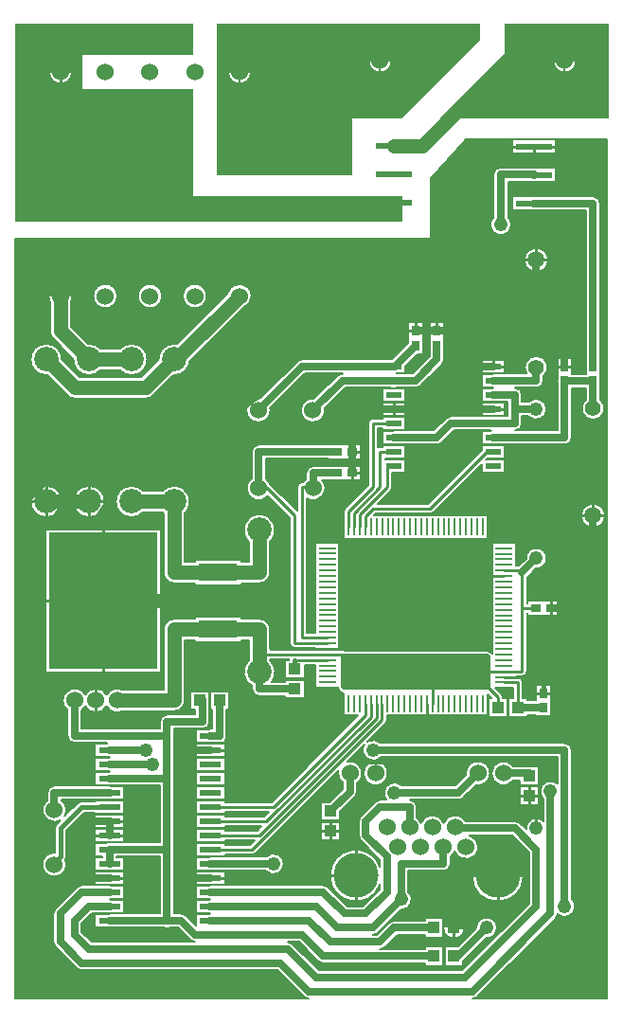
<source format=gbr>
%FSLAX23Y23*%
%MOMM*%
G04 EasyPC Gerber Version 15.0.4 Build 3016 *
%ADD20O,1.50010X1.50110*%
%ADD75R,0.27940X1.50110*%
%ADD71R,0.71120X0.88900*%
%ADD74R,1.00070X1.09980*%
%ADD72R,9.75000X12.20000*%
%ADD12C,0.02540*%
%ADD81C,0.03000*%
%ADD11C,0.12700*%
%ADD28C,0.20320*%
%ADD79C,0.21000*%
%ADD10C,0.25400*%
%ADD24C,0.38100*%
%ADD26C,0.63500*%
%ADD25C,1.21920*%
%ADD23C,1.27000*%
%ADD21C,1.42240*%
%ADD15C,1.52400*%
%ADD14C,1.52400*%
%ADD16C,2.18440*%
%ADD76R,1.50110X0.27940*%
%ADD77R,1.40000X0.49000*%
%ADD73R,1.98120X0.55880*%
%ADD78R,3.20000X0.63000*%
%ADD18R,0.88900X0.71120*%
%ADD17R,1.09000X1.00000*%
%ADD19C,4.00000*%
%ADD70R,1.09980X1.00070*%
%ADD29R,3.50000X1.60000*%
X0Y0D02*
D02*
D10*
X3308Y45339D02*
X2800D01*
X4273Y44374D02*
Y43866D01*
Y46304D02*
Y46812D01*
X4605Y36449D02*
X4097D01*
X5238Y45339D02*
X5746D01*
X5543Y83709D02*
Y76454D01*
X7118Y45339D02*
X6610D01*
X8083Y44374D02*
Y43866D01*
Y46304D02*
Y46812D01*
X8718Y26924D02*
Y26416D01*
Y28194D02*
Y28702D01*
X9048Y45339D02*
X9556D01*
X9055Y11684D02*
X8547D01*
X9055Y15494D02*
X8547D01*
X9055Y16764D02*
X8547D01*
X9353Y30476D02*
Y29968D01*
Y42422D02*
Y42930D01*
X9918Y7874D02*
X9988D01*
X10782Y11684D02*
X11290D01*
X10782Y15494D02*
X11290D01*
X10782Y16764D02*
X11290D01*
X14101Y36449D02*
X14609D01*
X18085Y11684D02*
X17577D01*
X18085Y23114D02*
X17577D01*
X19812Y11684D02*
X20320D01*
X19812Y23114D02*
X20320D01*
X29250Y15875D02*
X28742D01*
X29391Y31184D02*
X26498D01*
X29391Y31684D02*
X30628D01*
X30943Y31369*
X29391Y31684D02*
X23643D01*
X23323Y32004*
X29391Y32184D02*
X30489D01*
X30943Y32639*
X29391Y32184D02*
X25228D01*
Y32639*
X29391Y32685D02*
X26498D01*
Y44069*
X24043Y46524*
X23263*
X29391Y33183D02*
X27133D01*
Y46609*
X28143*
Y46524*
X29673Y15502D02*
Y14994D01*
Y16248D02*
Y16756D01*
X30065Y11914D02*
X29557D01*
X30096Y15875D02*
X30604D01*
X31296Y43081D02*
Y44422D01*
X33483Y46609*
Y52324*
X35323*
X31591Y47650D02*
Y47142D01*
Y48108D02*
Y48616D01*
Y49555D02*
Y49047D01*
Y50013D02*
Y50521D01*
X31797Y43081D02*
Y44288D01*
X34118Y46609*
Y49784*
X35323*
X31908Y47879D02*
X32416D01*
X31908Y49784D02*
X32416D01*
X31938Y10041D02*
Y9533D01*
Y13787D02*
Y14295D01*
X32787Y27277D02*
Y26228D01*
X24593Y18034*
X18948*
X32797Y43081D02*
Y44018D01*
X33483Y44704*
X38563*
X43643Y49784*
X44223*
X33288Y27277D02*
Y26094D01*
X23958Y16764*
X18948*
X33788Y27277D02*
Y25959D01*
X23323Y15494*
X18948*
X34288Y27277D02*
Y25824D01*
X22688Y14224*
X18948*
X34750Y53594D02*
X34242D01*
X35323Y48514D02*
Y48449D01*
X34818*
X34753Y48514*
Y46609*
X32297Y44153*
Y43081*
X35323Y53476D02*
Y52968D01*
Y53712D02*
Y54220D01*
X35896Y53594D02*
X36404D01*
X37065Y60579D02*
X36557D01*
X37293Y60897D02*
Y61405D01*
X37522Y60579D02*
X38030D01*
X38289Y27277D02*
Y25654D01*
X49993*
Y29464*
X38789Y27277D02*
Y29238D01*
X38563Y29464*
X38969Y60579D02*
X38462D01*
X39198Y60897D02*
Y61405D01*
X39427Y60579D02*
X39935D01*
X40722Y6816D02*
Y6223D01*
Y7662D02*
Y8255D01*
X41096Y7239D02*
X41738D01*
X42765Y11914D02*
X42257D01*
X43650Y53594D02*
X43142D01*
X43650Y57404D02*
X43142D01*
X44223Y57522D02*
Y58030D01*
X44638Y10041D02*
Y9533D01*
Y13787D02*
Y14295D01*
X44659Y26924D02*
Y27813D01*
X43643Y28829*
X44796Y53594D02*
X45304D01*
X44796Y57404D02*
X45304D01*
X45195Y29172D02*
X46437D01*
Y26924*
X45195Y29672D02*
X49993D01*
X45195Y30173D02*
X46818D01*
Y35814*
X45195Y30173D02*
X43717D01*
X43643Y30099*
X45195Y38674D02*
X43963D01*
X43643Y38354*
X46415Y77049D02*
X45907D01*
X46511Y11914D02*
X47019D01*
X46818Y35814D02*
Y38989D01*
Y39174*
X45195*
X47030Y19050D02*
X46522D01*
X47453Y18677D02*
Y18169D01*
Y19423D02*
Y19931D01*
X47465Y66929D02*
X46957D01*
X47876Y19050D02*
X48384D01*
X47888Y76861D02*
Y76353D01*
X48075Y35814D02*
X46818D01*
X48088Y16612D02*
Y17120D01*
Y66305D02*
Y65797D01*
Y67553D02*
Y68061D01*
X48495Y28207D02*
X47987D01*
X48711Y66929D02*
X49219D01*
X48723Y28524D02*
Y29032D01*
X48952Y28207D02*
X49460D01*
X49361Y77049D02*
X49869D01*
X49371Y35585D02*
Y35077D01*
Y35814D02*
X49993D01*
X49371Y36043D02*
Y36551D01*
X49688Y35814D02*
X50196D01*
X49993Y29464D02*
Y29672D01*
Y35814*
Y42164*
X44278*
X43643Y41529*
X50400Y57417D02*
X49892D01*
X50628Y57734D02*
Y58242D01*
Y84709D02*
X45548D01*
X50857Y57417D02*
X51365D01*
X52545Y44069D02*
X52037D01*
X53168Y43445D02*
Y42937D01*
Y44693D02*
Y45201D01*
X53791Y44069D02*
X54299D01*
D02*
D11*
X1518Y68834D02*
Y889D01*
X27768*
G75*
G02X27319Y1075J635*
G01*
X24965Y3429*
X7448*
G75*
G02X6999Y3615J635*
G01*
X5094Y5520*
G75*
G02X4908Y5969I449J449*
G01*
Y8509*
G75*
G02X5094Y8958I635*
G01*
X6999Y10863*
G75*
G02X7448Y11049I449J-449*
G01*
X9918*
G75*
G02X10135Y11011J-635*
G01*
X11226*
Y9817*
X10135*
G75*
G02X9918Y9779I-217J597*
G01*
G75*
G02X10135Y9741J-635*
G01*
X11226*
Y8547*
X10135*
G75*
G02X9918Y8509I-217J597*
G01*
X8346*
X7448Y7611*
Y6867*
X8346Y5969*
X17608*
G75*
G02X17159Y6155J635*
G01*
X16075Y7239*
X15306*
G75*
G02X14831I-238J635*
G01*
X9988*
G75*
G02X9772Y7277J635*
G01*
X8610*
Y8471*
X9772*
G75*
G02X9988Y8509I217J-597*
G01*
X14433*
Y13589*
X10553*
Y13551*
X11226*
Y12357*
X10135*
G75*
G02X9701I-217J597*
G01*
X8610*
Y13551*
X9283*
Y13627*
X8610*
Y14821*
X9597*
G75*
G02X9837Y14897I322J-597*
G01*
X8610*
Y16091*
X11226*
Y14897*
X10000*
G75*
G02X10156Y14859I-81J-673*
G01*
X14433*
Y19939*
X9918*
G75*
G02X9701Y19977J635*
G01*
X8610*
Y21171*
X9701*
G75*
G02X9918Y21209I217J-597*
G01*
G75*
G02X9701Y21247J635*
G01*
X8610*
Y22441*
X9701*
G75*
G02X9918Y22479I217J-597*
G01*
G75*
G02X9701Y22517J635*
G01*
X8610*
Y23711*
X9701*
G75*
G02X9752Y23727I217J-597*
G01*
G75*
G02X9681Y23749I166J658*
G01*
X6813*
G75*
G02X6178Y24384J635*
G01*
Y26686*
G75*
G02X5734Y27559I635J873*
G01*
G75*
G02X7766Y28067I1080*
G01*
G75*
G02X9671I953J-508*
G01*
G75*
G02X11131Y28512I953J-508*
G01*
X14751*
Y33909*
G75*
G02X15703Y34862I953*
G01*
X17556*
Y35027*
X21691*
Y34862*
X23323*
G75*
G02X24276Y33909J-953*
G01*
Y32293*
G75*
G02X24311Y32129I-952J-289*
G01*
X28323*
Y32240*
X26498*
G75*
G02X26054Y32685J445*
G01*
Y43885*
X24098Y45840*
G75*
G02X22184Y46524I-835J684*
G01*
G75*
G02X22628Y47397I1080*
G01*
Y49784*
G75*
G02X23263Y50419I635*
G01*
X29533*
Y50457*
X32353*
Y49111*
X29533*
Y49149*
X23898*
Y47397*
G75*
G02X24273Y46904I-635J-873*
G01*
G75*
G02X24357Y46838I-231J-380*
G01*
X26689Y44507*
Y46609*
G75*
G02X27133Y47053I445*
G01*
X27202*
G75*
G02X27508Y47397I941J-529*
G01*
Y47879*
G75*
G02X28143Y48514I635*
G01*
X29533*
Y48552*
X32353*
Y47206*
X29533*
Y47244*
X28947*
G75*
G02X27578Y45605I-804J-720*
G01*
Y33627*
X28323*
Y41643*
X30459*
Y32129*
X30628*
G75*
G02X30937Y32004J-444*
G01*
G75*
G02X30943I3J-640*
G01*
X43643*
G75*
G02X44127Y31780J-635*
G01*
Y41633*
X46263*
Y39619*
X46550*
X47161Y40230*
G75*
G02X47161Y40259I925J27*
G01*
G75*
G02X49015I927*
G01*
G75*
G02X48060Y39332I-927*
G01*
X47435Y38708*
G75*
G02X47263Y38477I-617J281*
G01*
Y36259*
X47313*
Y36487*
X50133*
Y35141*
X47313*
Y35370*
X47263*
Y30173*
G75*
G02X46818Y29728I-445*
G01*
X46263*
Y29616*
X46437*
G75*
G02X46882Y29172J-445*
G01*
Y27741*
X47300*
Y27599*
X48050*
Y28969*
X49396*
Y26149*
X48050*
Y26249*
X47300*
Y26107*
X45575*
Y27741*
X45993*
Y28715*
X44386*
X44973Y28127*
G75*
G02X45104Y27813I-314J-314*
G01*
Y27741*
X45522*
Y26107*
X43797*
Y27741*
X44102*
X43747Y28096*
Y26209*
X34733*
Y25824*
G75*
G02X34603Y25510I-445*
G01*
X32995Y23902*
G75*
G02X34159Y23749I488J-788*
G01*
X50628*
G75*
G02X51263Y23114J-635*
G01*
Y9820*
G75*
G02X51555Y9144I-635J-676*
G01*
G75*
G02X49992Y8470I-927*
G01*
G75*
G02X49807Y8060I-634J39*
G01*
X42822Y1075*
G75*
G02X42373Y889I-449J449*
G01*
X54438*
Y77724*
X41738*
Y68834*
X1518*
X4161Y30032D02*
Y42867D01*
X14546*
Y30032*
X4161*
X4273Y43929D02*
G75*
G02Y46749J1410D01*
G01*
G75*
G02Y43929J-1410*
G01*
X4334Y56631D02*
G75*
G02X4273Y56629I-61J1407D01*
G01*
G75*
G02Y59449J1410*
G01*
G75*
G02X5682Y57978J-1410*
G01*
X7208Y56452*
X12769*
X14295Y57978*
G75*
G02X15703Y59449I1408J61*
G01*
G75*
G02X15919Y59432I0J-1410*
G01*
X20510Y64023*
G75*
G02X22623Y63709I1033J-314*
G01*
G75*
G02X21857Y62676I-1080*
G01*
X17108Y57927*
G75*
G02X15703Y56629I-1405J112*
G01*
G75*
G02X15642Y56631I-1J1409*
G01*
X13837Y54826*
G75*
G02X13163Y54547I-674J674*
G01*
X6813*
G75*
G02X6140Y54826J953*
G01*
X4334Y56631*
X4358Y18647D02*
Y19304D01*
G75*
G02X4993Y19939I635*
G01*
X9918*
G75*
G02X10135Y19901J-635*
G01*
X11226*
Y18707*
X10135*
G75*
G02X9918Y18669I-217J597*
G01*
X5628*
Y18647*
G75*
G02X5925Y17230I-635J-873*
G01*
X7089Y18393*
G75*
G02X7448Y18542I359J-359*
G01*
X8610*
Y18631*
X11226*
Y17437*
X8610*
Y17526*
X7659*
X6051Y15919*
Y13589*
G75*
G02X5980Y13331I-508*
G01*
G75*
G02X4993Y11815I-987J-437*
G01*
G75*
G02Y13974J1080*
G01*
G75*
G02X5035Y13973I0J-1079*
G01*
Y16129*
G75*
G02X5184Y16488I508*
G01*
X5538Y16842*
G75*
G02X4993Y16695I-544J932*
G01*
G75*
G02X4358Y18647J1080*
G01*
X4591Y63201D02*
G75*
G02X4464Y63709I953J508D01*
G01*
G75*
G02X6623I1080*
G01*
G75*
G02X6496Y63201I-1080*
G01*
Y60974*
X8022Y59447*
G75*
G02X8083Y59449I61J-1408*
G01*
G75*
G02X9122Y58992J-1410*
G01*
X10854*
G75*
G02X11893Y59449I1039J-952*
G01*
G75*
G02Y56629J-1410*
G01*
G75*
G02X10854Y57087J1410*
G01*
X9122*
G75*
G02X8083Y56629I-1039J952*
G01*
G75*
G02X6675Y58100J1410*
G01*
X4870Y59906*
G75*
G02X4591Y60579I674J674*
G01*
Y63201*
X8083Y43929D02*
G75*
G02Y46749J1410D01*
G01*
G75*
G02Y43929J-1410*
G01*
X8464Y63709D02*
G75*
G02X10623I1080D01*
G01*
G75*
G02X8464I-1080*
G01*
X8610Y12281D02*
X11226D01*
Y11087*
X8610*
Y12281*
Y17361D02*
X11226D01*
Y16167*
X8610*
Y17361*
X12464Y63709D02*
G75*
G02X14623I1080D01*
G01*
G75*
G02X12464I-1080*
G01*
X12932Y44387D02*
G75*
G02X11893Y43929I-1039J952D01*
G01*
G75*
G02Y46749J1410*
G01*
G75*
G02X12932Y46292J-1410*
G01*
X14664*
G75*
G02X15703Y46749I1039J-952*
G01*
G75*
G02X16656Y44300J-1410*
G01*
Y39942*
X17556*
Y40107*
X21691*
Y39942*
X22371*
Y41760*
G75*
G02X23323Y44209I953J1039*
G01*
G75*
G02X24276Y41760J-1410*
G01*
Y38989*
G75*
G02X23323Y38037I-953*
G01*
X21691*
Y37872*
X17556*
Y38037*
X15703*
G75*
G02X14751Y38989J953*
G01*
Y44300*
G75*
G02X14664Y44387I952J1039*
G01*
X12932*
X16464Y63709D02*
G75*
G02X18623I1080D01*
G01*
G75*
G02X16464I-1080*
G01*
X23396Y54568D02*
X26681Y57853D01*
G75*
G02X27130Y58039I449J-449*
G01*
X35086*
G75*
G02X35178Y58066I237J-635*
G01*
X36620Y59509*
Y59817*
Y60046*
Y61341*
X37966*
Y60046*
Y59817*
Y58522*
X37429*
X36341Y57433*
Y56842*
X35708*
G75*
G02X35681Y56828I-295J563*
G01*
G75*
G02X35561Y56769I-358J576*
G01*
X37030*
X38563Y58302*
Y58522*
X38525*
Y59817*
Y60046*
Y61341*
X39871*
Y60046*
Y59817*
Y58522*
X39833*
Y58039*
G75*
G02X39647Y57590I-635*
G01*
X37742Y55685*
G75*
G02X37293Y55499I-449J449*
G01*
X35561*
G75*
G02X35086I-238J635*
G01*
X31003*
X29174Y53669*
G75*
G02X29187Y53501I-1067J-168*
G01*
G75*
G02X27028I-1080*
G01*
G75*
G02X28276Y54568I1080*
G01*
X30291Y56583*
G75*
G02X30740Y56769I449J-449*
G01*
X27393*
X24294Y53669*
G75*
G02X24307Y53501I-1067J-168*
G01*
G75*
G02X22148I-1080*
G01*
G75*
G02X23396Y54568I1080*
G01*
X30626Y41529D02*
G75*
G02X30943Y41847I318D01*
G01*
X43643*
G75*
G02X43961Y41529J-318*
G01*
Y32639*
G75*
G02X43643Y32322I-318*
G01*
X30943*
G75*
G02X30626Y32639J318*
G01*
Y41529*
X30852Y44149D02*
Y44422D01*
G75*
G02X30982Y44736I445*
G01*
X33039Y46793*
Y52324*
G75*
G02X33483Y52769I445*
G01*
X34306*
Y52887*
X36341*
Y51762*
X34306*
Y51880*
X33928*
Y50186*
G75*
G02X34118Y50228I191J-402*
G01*
X34306*
Y50347*
X36341*
Y49222*
X34563*
Y49077*
X36341*
Y47952*
X35198*
Y46609*
G75*
G02X35067Y46295I-445*
G01*
X33921Y45149*
X38379*
X43206Y49975*
Y50347*
X45241*
Y49222*
X43709*
X43564Y49077*
X45241*
Y47952*
X43206*
Y48718*
X38877Y44390*
G75*
G02X38563Y44260I-314J314*
G01*
X33667*
X33557Y44149*
X33755*
X33841*
X34255*
X34342*
X34756*
X34840*
X35256*
X35340*
X35754*
X35840*
X36254*
X36341*
X36755*
X36841*
X37255*
X37341*
X37755*
X37842*
X38256*
X38342*
X38756*
X38843*
X39257*
X39340*
X39757*
X39841*
X40255*
X40341*
X40755*
X40841*
X41255*
X41342*
X41756*
X41842*
X42256*
X42343*
X42757*
X42843*
X43257*
X43757*
Y42013*
X43257*
X42843*
X42757*
X42343*
X42256*
X41842*
X41756*
X41342*
X41255*
X40841*
X40755*
X40341*
X40255*
X39841*
X39757*
X39340*
X39257*
X38843*
X38756*
X38342*
X38256*
X37842*
X37755*
X37341*
X37255*
X36841*
X36755*
X36341*
X36254*
X35840*
X35754*
X35340*
X35256*
X34840*
X34756*
X34342*
X34255*
X33841*
X33755*
X33341*
X33255*
X32841*
X32754*
X32340*
X32254*
X31840*
X31753*
X31339*
X30839*
Y44149*
X30852*
X35029Y50492D02*
X34306D01*
Y51617*
X35029*
G75*
G02X35323Y51689I295J-562*
G01*
X38935*
X40019Y52773*
G75*
G02X40468Y52959I449J-449*
G01*
X43986*
G75*
G02X44461I238J-635*
G01*
X45548*
Y53356*
G75*
G02X45505Y53594I635J238*
G01*
G75*
G02X45548Y53832I678*
G01*
Y54229*
X44223*
G75*
G02X43928Y54302J635*
G01*
X43206*
Y55427*
X43928*
G75*
G02X44223Y55499I295J-562*
G01*
G75*
G02X43928Y55572J635*
G01*
X43206*
Y56697*
X43928*
G75*
G02X44223Y56769I295J-562*
G01*
X47225*
G75*
G02X48088Y58358I863J560*
G01*
G75*
G02X48723Y56520J-1029*
G01*
Y56134*
G75*
G02X48088Y55499I-635*
G01*
X46183*
G75*
G02X46818Y54864J-635*
G01*
Y54229*
X47413*
G75*
G02X49015Y53594I676J-635*
G01*
G75*
G02X47413Y52959I-927*
G01*
X46818*
Y52324*
G75*
G02X46183Y51689I-635*
G01*
X49993*
Y55359*
X49955*
Y56040*
G75*
G02X49950Y56121I673J81*
G01*
G75*
G02X49955Y56203I678*
G01*
Y56655*
Y56883*
Y58179*
X51301*
Y56883*
Y56756*
X52495*
Y56883*
Y58179*
X52533*
Y71334*
X47888*
G75*
G02X47832Y71337J635*
G01*
X45971*
Y72602*
X47832*
G75*
G02X47888Y72604I56J-633*
G01*
X53168*
G75*
G02X53803Y71969J-635*
G01*
Y58179*
X53841*
Y56883*
Y56655*
Y56203*
G75*
G02X53846Y56121I-673J-81*
G01*
G75*
G02X53841Y56040I-678*
G01*
Y55359*
X53803*
Y54478*
G75*
G02X53168Y52640I-635J-809*
G01*
G75*
G02X52533Y54478J1029*
G01*
Y55359*
X52495*
Y55486*
X51301*
Y55359*
X51263*
Y51054*
G75*
G02X50628Y50419I-635*
G01*
X44223*
G75*
G02X43928Y50492J635*
G01*
X43206*
Y51617*
X43928*
G75*
G02X44057Y51667I295J-562*
G01*
G75*
G02X43986Y51689I166J658*
G01*
X40731*
X39647Y50605*
G75*
G02X39198Y50419I-449J449*
G01*
X35323*
G75*
G02X35029Y50492J635*
G01*
X36341Y53032D02*
X34306D01*
Y54157*
X36341*
Y53032*
Y54302D02*
X34306D01*
Y55427*
X36341*
Y54302*
X44238Y70740D02*
Y74549D01*
G75*
G02X44913Y75224I675*
G01*
X47888*
G75*
G02X48212Y75142J-675*
G01*
X49806*
Y73876*
X47946*
G75*
G02X47888Y73874I-58J672*
G01*
X45588*
Y70740*
G75*
G02X45840Y70104I-675J-636*
G01*
G75*
G02X43986I-927*
G01*
G75*
G02X44238Y70740I927*
G01*
X45241Y53032D02*
X43206D01*
Y54157*
X45241*
Y53032*
Y56842D02*
X43206D01*
Y57967*
X45241*
Y56842*
X49156Y66930D02*
Y66929D01*
G75*
G02X47021I-1068*
G01*
Y66930*
G75*
G02X49156I1068*
G01*
X49806Y76417D02*
X45971D01*
Y77682*
X49806*
Y76417*
X52101Y44069D02*
Y44070D01*
G75*
G02X54236I1068*
G01*
Y44069*
G75*
G02X52101I-1068*
G01*
X1518Y36449D02*
G36*
Y16764D01*
X4612*
G75*
G02X4358Y18647I381J1010*
G01*
Y19304*
G75*
G02X4993Y19939I635*
G01*
X9918*
G75*
G02X9701Y19977J635*
G01*
X8610*
Y21171*
X9701*
G75*
G02X9918Y21209I217J-597*
G01*
G75*
G02X9701Y21247J635*
G01*
X8610*
Y22441*
X9701*
G75*
G02X9918Y22479I217J-597*
G01*
G75*
G02X9701Y22517J635*
G01*
X8610*
Y23711*
X9701*
G75*
G02X9752Y23727I217J-597*
G01*
G75*
G02X9681Y23749I166J658*
G01*
X6813*
G75*
G02X6178Y24384J635*
G01*
Y26686*
G75*
G02X5734Y27559I635J873*
G01*
G75*
G02X7766Y28067I1080*
G01*
G75*
G02X9671I953J-508*
G01*
G75*
G02X11131Y28512I953J-508*
G01*
X14751*
Y33909*
G75*
G02X15703Y34862I953*
G01*
X17556*
Y35027*
X21691*
Y34862*
X23323*
G75*
G02X24276Y33909J-953*
G01*
Y32293*
G75*
G02X24311Y32129I-952J-289*
G01*
X28323*
Y32240*
X26498*
G75*
G02X26054Y32685J445*
G01*
Y36449*
X14546*
Y30032*
X4161*
Y36449*
X1518*
G37*
X9918Y19939D02*
G36*
G75*
G02X10135Y19901J-635D01*
G01*
X11226*
Y18707*
X10135*
G75*
G02X9918Y18669I-217J597*
G01*
X5628*
Y18647*
G75*
G02X5925Y17230I-635J-873*
G01*
X7089Y18393*
G75*
G02X7448Y18542I359J-359*
G01*
X8610*
Y18631*
X11226*
Y17437*
X8610*
Y17526*
X7659*
X6897Y16764*
X8610*
Y17361*
X11226*
Y16764*
X14433*
Y19939*
X9918*
G37*
X4161Y36449D02*
G36*
Y42867D01*
X14546*
Y36449*
X26054*
Y43885*
X25870Y44069*
X23935*
G75*
G02X24276Y41760I-612J-1270*
G01*
Y38989*
G75*
G02X23323Y38037I-953*
G01*
X21691*
Y37872*
X17556*
Y38037*
X15703*
G75*
G02X14751Y38989J953*
G01*
Y44300*
G75*
G02X14664Y44387I952J1039*
G01*
X12932*
G75*
G02X11893Y43929I-1039J952*
G01*
G75*
G02X11281Y44069I0J1410*
G01*
X8695*
G75*
G02X8083Y43929I-612J1270*
G01*
G75*
G02X7471Y44069I0J1410*
G01*
X4885*
G75*
G02X4273Y43929I-612J1270*
G01*
G75*
G02X3661Y44069I0J1410*
G01*
X1518*
Y36449*
X4161*
G37*
X30459D02*
G36*
Y32129D01*
X30628*
G75*
G02X30937Y32004J-444*
G01*
G75*
G02X30943I3J-640*
G01*
X43643*
G75*
G02X44127Y31780J-635*
G01*
Y36449*
X43961*
Y32639*
G75*
G02X43643Y32322I-318*
G01*
X30943*
G75*
G02X30626Y32639J318*
G01*
Y36449*
X30459*
G37*
X30626D02*
G36*
Y41529D01*
G75*
G02X30943Y41847I318*
G01*
X43643*
G75*
G02X43961Y41529J-318*
G01*
Y36449*
X44127*
Y41633*
X46263*
Y39619*
X46550*
X47161Y40230*
G75*
G02X47161Y40259I925J27*
G01*
G75*
G02X49015I927*
G01*
G75*
G02X48060Y39332I-927*
G01*
X47435Y38708*
G75*
G02X47263Y38477I-617J281*
G01*
Y36259*
X47313*
Y36487*
X50133*
Y35141*
X47313*
Y35370*
X47263*
Y30173*
G75*
G02X46818Y29728I-445*
G01*
X46263*
Y29616*
X46437*
G75*
G02X46882Y29172J-445*
G01*
Y27741*
X47300*
Y27599*
X48050*
Y28969*
X49396*
Y26149*
X48050*
Y26249*
X47300*
Y26107*
X45575*
Y27741*
X45993*
Y28715*
X44386*
X44973Y28127*
G75*
G02X45104Y27813I-314J-314*
G01*
Y27741*
X45522*
Y26107*
X43797*
Y27741*
X44102*
X43747Y28096*
Y26209*
X34733*
Y25824*
G75*
G02X34603Y25510I-445*
G01*
X32995Y23902*
G75*
G02X34159Y23749I488J-788*
G01*
X50628*
G75*
G02X51263Y23114J-635*
G01*
Y9820*
G75*
G02X51555Y9144I-635J-676*
G01*
G75*
G02X49992Y8470I-927*
G01*
G75*
G02X49807Y8060I-634J39*
G01*
X42822Y1075*
G75*
G02X42373Y889I-449J449*
G01*
X54438*
Y44069*
X54236*
G75*
G02X52101I-1068*
G01*
X43757*
Y42013*
X30839*
Y44069*
X27578*
Y33627*
X28323*
Y41643*
X30459*
Y36449*
X30626*
G37*
X1518Y45339D02*
G36*
Y44069D01*
X3661*
G75*
G02X2863Y45339I612J1270*
G01*
X1518*
G37*
X2863D02*
G36*
G75*
G02X4273Y46749I1410D01*
G01*
G75*
G02X5683Y45339J-1410*
G01*
X6673*
G75*
G02X8083Y46749I1410*
G01*
G75*
G02X9493Y45339J-1410*
G01*
X10483*
G75*
G02X11893Y46749I1410*
G01*
G75*
G02X12932Y46292J-1410*
G01*
X14664*
G75*
G02X15703Y46749I1039J-952*
G01*
G75*
G02X17113Y45339J-1410*
G01*
X24600*
X24098Y45840*
G75*
G02X22184Y46524I-835J684*
G01*
G75*
G02X22628Y47397I1080*
G01*
Y49784*
G75*
G02X23263Y50419I635*
G01*
X29533*
Y50457*
X32353*
Y49111*
X29533*
Y49149*
X23898*
Y47397*
G75*
G02X24273Y46904I-635J-873*
G01*
G75*
G02X24357Y46838I-231J-380*
G01*
X26689Y44507*
Y46609*
G75*
G02X27133Y47053I445*
G01*
X27202*
G75*
G02X27508Y47397I941J-529*
G01*
Y47879*
G75*
G02X28143Y48514I635*
G01*
X29533*
Y48552*
X32353*
Y47206*
X29533*
Y47244*
X28947*
G75*
G02X27578Y45605I-804J-720*
G01*
Y45339*
X31585*
X33039Y46793*
Y52324*
G75*
G02X33483Y52769I445*
G01*
X34306*
Y52887*
X36341*
Y51762*
X34306*
Y51880*
X33928*
Y50186*
G75*
G02X34118Y50228I191J-402*
G01*
X34306*
Y50347*
X36341*
Y49222*
X34563*
Y49077*
X36341*
Y47952*
X35198*
Y46609*
G75*
G02X35067Y46295I-445*
G01*
X33921Y45149*
X38379*
X43206Y49975*
Y50347*
X45241*
Y49222*
X43709*
X43564Y49077*
X45241*
Y47952*
X43206*
Y48718*
X39827Y45339*
X54438*
Y53594*
X54194*
G75*
G02X53168Y52640I-1026J75*
G01*
G75*
G02X52533Y54478J1029*
G01*
Y55359*
X52495*
Y55486*
X51301*
Y55359*
X51263*
Y51054*
G75*
G02X50628Y50419I-635*
G01*
X44223*
G75*
G02X43928Y50492J635*
G01*
X43206*
Y51617*
X43928*
G75*
G02X44057Y51667I295J-562*
G01*
G75*
G02X43986Y51689I166J658*
G01*
X40731*
X39647Y50605*
G75*
G02X39198Y50419I-449J449*
G01*
X35323*
G75*
G02X35029Y50492J635*
G01*
X34306*
Y51617*
X35029*
G75*
G02X35323Y51689I295J-562*
G01*
X38935*
X40019Y52773*
G75*
G02X40468Y52959I449J-449*
G01*
X43986*
G75*
G02X44461I238J-635*
G01*
X45548*
Y53356*
G75*
G02X45505Y53594I635J238*
G01*
X45241*
Y53032*
X43206*
Y53594*
X36341*
Y53032*
X34306*
Y53594*
X29183*
G75*
G02X29187Y53501I-1076J-93*
G01*
G75*
G02X27028I-1080*
G01*
G75*
G02X28276Y54568I1080*
G01*
X30291Y56583*
G75*
G02X30740Y56769I449J-449*
G01*
X27393*
X24294Y53669*
G75*
G02X24307Y53501I-1067J-168*
G01*
G75*
G02X22148I-1080*
G01*
G75*
G02X22152Y53594I1079*
G01*
X1518*
Y45339*
X2863*
G37*
X5683D02*
G36*
G75*
G02X4885Y44069I-1410D01*
G01*
X7471*
G75*
G02X6673Y45339I612J1270*
G01*
X5683*
G37*
X9493D02*
G36*
G75*
G02X8695Y44069I-1410D01*
G01*
X11281*
G75*
G02X10483Y45339I612J1270*
G01*
X9493*
G37*
X17113D02*
G36*
G75*
G02X16656Y44300I-1410D01*
G01*
Y39942*
X17556*
Y40107*
X21691*
Y39942*
X22371*
Y41760*
G75*
G02X23323Y44209I953J1039*
G01*
G75*
G02X23935Y44069J-1410*
G01*
X25870*
X24600Y45339*
X17113*
G37*
X27578D02*
G36*
Y44069D01*
X30839*
Y44149*
X30852*
Y44422*
G75*
G02X30982Y44736I445*
G01*
X31585Y45339*
X27578*
G37*
X39827D02*
G36*
X38877Y44390D01*
G75*
G02X38563Y44260I-314J314*
G01*
X33667*
X33557Y44149*
X43757*
Y44069*
X52101*
G75*
G02X54236I1068*
G01*
X54438*
Y45339*
X39827*
G37*
X1518Y59668D02*
G36*
Y57404D01*
X3015*
G75*
G02X4273Y59449I1259J635*
G01*
G75*
G02X5682Y57978J-1410*
G01*
X6255Y57404*
X6824*
G75*
G02X6675Y58100I1259J635*
G01*
X5108Y59668*
X1518*
G37*
X5108D02*
G36*
X4870Y59906D01*
G75*
G02X4591Y60579I674J674*
G01*
Y63201*
G75*
G02X4464Y63709I953J508*
G01*
X1518*
Y59668*
X5108*
G37*
X7802D02*
G36*
X8022Y59447D01*
G75*
G02X8083Y59449I61J-1408*
G01*
G75*
G02X9122Y58992J-1410*
G01*
X10854*
G75*
G02X11893Y59449I1039J-952*
G01*
G75*
G02X13152Y57404J-1410*
G01*
X13721*
X14295Y57978*
G75*
G02X15703Y59449I1408J61*
G01*
G75*
G02X15919Y59432I0J-1410*
G01*
X16154Y59668*
X7802*
G37*
X16154D02*
G36*
X20196Y63709D01*
X18623*
G75*
G02X16464I-1080*
G01*
X14623*
G75*
G02X12464I-1080*
G01*
X10623*
G75*
G02X8464I-1080*
G01*
X6623*
G75*
G02X6496Y63201I-1080*
G01*
Y60974*
X7802Y59668*
X16154*
G37*
X18849D02*
G36*
X17108Y57927D01*
G75*
G02X16962Y57404I-1405J112*
G01*
X26232*
X26681Y57853*
G75*
G02X27130Y58039I449J-449*
G01*
X35086*
G75*
G02X35178Y58066I237J-635*
G01*
X36620Y59509*
Y59668*
X18849*
G37*
X36620D02*
G36*
Y61341D01*
X37966*
Y58522*
X37429*
X36341Y57433*
Y56842*
X35708*
G75*
G02X35681Y56828I-295J563*
G01*
G75*
G02X35561Y56769I-358J576*
G01*
X37030*
X38563Y58302*
Y58522*
X38525*
Y61341*
X39871*
Y59668*
X52533*
Y63709*
X22623*
G75*
G02X21857Y62676I-1080*
G01*
X18849Y59668*
X36620*
G37*
X39871D02*
G36*
Y58522D01*
X39833*
Y58039*
G75*
G02X39647Y57590I-635*
G01*
X39461Y57404*
X43206*
Y57967*
X45241*
Y57404*
X47062*
G75*
G02X48088Y58358I1026J-75*
G01*
G75*
G02X48723Y56520J-1029*
G01*
Y56134*
G75*
G02X48088Y55499I-635*
G01*
X46183*
G75*
G02X46818Y54864J-635*
G01*
Y54229*
X47413*
G75*
G02X49015Y53594I676J-635*
G01*
G75*
G02X47413Y52959I-927*
G01*
X46818*
Y52324*
G75*
G02X46183Y51689I-635*
G01*
X49993*
Y55359*
X49955*
Y56040*
G75*
G02Y56203I673J81*
G01*
Y58179*
X51301*
Y56756*
X52495*
Y58179*
X52533*
Y59668*
X39871*
G37*
X53803D02*
G36*
Y58179D01*
X53841*
Y57404*
X54438*
Y59668*
X53803*
G37*
X54438D02*
G36*
Y63709D01*
X53803*
Y59668*
X54438*
G37*
X1518Y15877D02*
G36*
Y11684D01*
X8610*
Y12281*
X11226*
Y11684*
X14433*
Y13589*
X10553*
Y13551*
X11226*
Y12357*
X10135*
G75*
G02X9701I-217J597*
G01*
X8610*
Y13551*
X9283*
Y13627*
X8610*
Y14821*
X9597*
G75*
G02X9837Y14897I322J-597*
G01*
X8610*
Y15877*
X6051*
Y13589*
G75*
G02X5980Y13331I-508*
G01*
G75*
G02X4993Y11815I-987J-437*
G01*
G75*
G02Y13974J1080*
G01*
G75*
G02X5035Y13973I0J-1079*
G01*
Y15877*
X1518*
G37*
X5035D02*
G36*
Y16129D01*
G75*
G02X5184Y16488I508*
G01*
X5538Y16842*
G75*
G02X4612Y16764I-544J932*
G01*
X1518*
Y15877*
X5035*
G37*
X8610D02*
G36*
Y16091D01*
X11226*
Y14897*
X10000*
G75*
G02X10156Y14859I-81J-673*
G01*
X14433*
Y16764*
X11226*
Y16167*
X8610*
Y16764*
X6897*
X6051Y15919*
Y15877*
X8610*
G37*
X4464Y63709D02*
G36*
G75*
G02X6623I1080D01*
G01*
X8464*
G75*
G02X10623I1080*
G01*
X12464*
G75*
G02X14623I1080*
G01*
X16464*
G75*
G02X18623I1080*
G01*
X20196*
X20510Y64023*
G75*
G02X22623Y63709I1033J-314*
G01*
X52533*
Y66929*
X49156*
G75*
G02X47021I-1068*
G01*
X1518*
Y63709*
X4464*
G37*
X54438D02*
G36*
Y66929D01*
X53803*
Y63709*
X54438*
G37*
X1518Y11684D02*
G36*
Y889D01*
X27768*
G75*
G02X27319Y1075J635*
G01*
X24965Y3429*
X7448*
G75*
G02X6999Y3615J635*
G01*
X5094Y5520*
G75*
G02X4908Y5969I449J449*
G01*
Y8509*
G75*
G02X5094Y8958I635*
G01*
X6999Y10863*
G75*
G02X7448Y11049I449J-449*
G01*
X9918*
G75*
G02X10135Y11011J-635*
G01*
X11226*
Y9817*
X10135*
G75*
G02X9918Y9779I-217J597*
G01*
G75*
G02X10135Y9741J-635*
G01*
X11226*
Y8547*
X10135*
G75*
G02X9918Y8509I-217J597*
G01*
X8346*
X7448Y7611*
Y6867*
X8346Y5969*
X17608*
G75*
G02X17159Y6155J635*
G01*
X16075Y7239*
X15306*
G75*
G02X14831I-238J635*
G01*
X9988*
G75*
G02X9772Y7277J635*
G01*
X8610*
Y8471*
X9772*
G75*
G02X9988Y8509I217J-597*
G01*
X14433*
Y11684*
X11226*
Y11087*
X8610*
Y11684*
X1518*
G37*
X22152Y53594D02*
G36*
G75*
G02X23396Y54568I1075J-93D01*
G01*
X23692Y54864*
X13875*
X13837Y54826*
G75*
G02X13163Y54547I-674J674*
G01*
X6813*
G75*
G02X6140Y54826J953*
G01*
X6101Y54864*
X1518*
Y53594*
X22152*
G37*
X34306D02*
G36*
Y54157D01*
X36341*
Y53594*
X43206*
Y54157*
X45241*
Y53594*
X45505*
G75*
G02X45548Y53832I678*
G01*
Y54229*
X44223*
G75*
G02X43928Y54302J635*
G01*
X43206*
Y54864*
X36341*
Y54302*
X34306*
Y54864*
X30368*
X29174Y53669*
G75*
G02X29183Y53594I-1067J-168*
G01*
X34306*
G37*
X54438D02*
G36*
Y54864D01*
X53803*
Y54478*
G75*
G02X54194Y53594I-635J-809*
G01*
X54438*
G37*
X6101Y54864D02*
G36*
X4334Y56631D01*
G75*
G02X4273Y56629I-61J1407*
G01*
G75*
G02X3015Y57404J1410*
G01*
X1518*
Y54864*
X6101*
G37*
X23692D02*
G36*
X26232Y57404D01*
X16962*
G75*
G02X15703Y56629I-1259J635*
G01*
G75*
G02X15642Y56631I-1J1409*
G01*
X13875Y54864*
X23692*
G37*
X34306D02*
G36*
Y55427D01*
X36341*
Y54864*
X43206*
Y55427*
X43928*
G75*
G02X44223Y55499I295J-562*
G01*
G75*
G02X43928Y55572J635*
G01*
X43206*
Y56697*
X43928*
G75*
G02X44223Y56769I295J-562*
G01*
X47225*
G75*
G02X47062Y57404I863J560*
G01*
X45241*
Y56842*
X43206*
Y57404*
X39461*
X37742Y55685*
G75*
G02X37293Y55499I-449J449*
G01*
X35561*
G75*
G02X35086I-238J635*
G01*
X31003*
X30368Y54864*
X34306*
G37*
X54438D02*
G36*
Y57404D01*
X53841*
Y56203*
G75*
G02Y56040I-673J-81*
G01*
Y55359*
X53803*
Y54864*
X54438*
G37*
X41738Y72200D02*
G36*
Y68834D01*
X1518*
Y66929*
X47021*
G75*
G02X49156I1068*
G01*
X52533*
Y71334*
X47888*
G75*
G02X47832Y71337J635*
G01*
X45971*
Y72200*
X45588*
Y70740*
G75*
G02X45840Y70104I-675J-636*
G01*
G75*
G02X43986I-927*
G01*
G75*
G02X44238Y70740I927*
G01*
Y72200*
X41738*
G37*
X44238D02*
G36*
Y74549D01*
G75*
G02X44913Y75224I675*
G01*
X47888*
G75*
G02X48212Y75142J-675*
G01*
X49806*
Y73876*
X47946*
G75*
G02X47888Y73874I-58J672*
G01*
X45588*
Y72200*
X45971*
Y72602*
X47832*
G75*
G02X47888Y72604I56J-633*
G01*
X53168*
G75*
G02X53759Y72200J-635*
G01*
X54438*
Y77049*
X49806*
Y76417*
X45971*
Y77049*
X41738*
Y72200*
X44238*
G37*
X53759D02*
G36*
G75*
G02X53803Y71969I-591J-232D01*
G01*
Y66929*
X54438*
Y72200*
X53759*
G37*
X6255Y57404D02*
G36*
X7208Y56452D01*
X12769*
X13721Y57404*
X13152*
G75*
G02X11893Y56629I-1259J635*
G01*
G75*
G02X10854Y57087J1410*
G01*
X9122*
G75*
G02X6824Y57404I-1039J953*
G01*
X6255*
G37*
X45971Y77049D02*
G36*
Y77682D01*
X49806*
Y77049*
X54438*
Y77724*
X41738*
Y77049*
X45971*
G37*
X7448Y26686D02*
Y25019D01*
X9681*
G75*
G02X10156I238J-635*
G01*
X14433*
Y25654*
G75*
G02X15068Y26289I635*
G01*
X17608*
Y26741*
X17127*
Y28376*
X18852*
Y27741*
G75*
G02X18878Y27559I-608J-182*
G01*
Y25654*
G75*
G02X18243Y25019I-635*
G01*
X15703*
Y24622*
G75*
G02Y24146I-635J-238*
G01*
Y20812*
G75*
G02Y20336I-635J-238*
G01*
Y14462*
G75*
G02Y13986I-635J-238*
G01*
Y8509*
X16338*
G75*
G02X16787Y8323J-635*
G01*
X17640Y7470*
Y8471*
X18732*
G75*
G02X18948Y8509I217J-597*
G01*
G75*
G02X18732Y8547J635*
G01*
X17640*
Y9741*
X18732*
G75*
G02X18948Y9779I217J-597*
G01*
G75*
G02X18732Y9817J635*
G01*
X17640*
Y11011*
X18732*
G75*
G02X18948Y11049I217J-597*
G01*
X29038*
G75*
G02X29487Y10863J-635*
G01*
X31206Y9144*
X32585*
X34118Y10677*
Y11128*
G75*
G02X29621Y11914I-2180J786*
G01*
G75*
G02X34118Y12700I2317*
G01*
Y13326*
X32399Y15045*
G75*
G02X32213Y15494I449J449*
G01*
Y16764*
G75*
G02X32399Y17213I635*
G01*
X33669Y18483*
G75*
G02X34118Y18669I449J-449*
G01*
X34713*
G75*
G02X34461Y19304I676J635*
G01*
G75*
G02X36064Y19939I927*
G01*
X40855*
X41802Y20886*
G75*
G02X41789Y21054I1066J168*
G01*
G75*
G02X43948I1080*
G01*
G75*
G02X42700Y19988I-1080*
G01*
X41567Y18855*
G75*
G02X41118Y18669I-449J449*
G01*
X36758*
G75*
G02X37393Y18034J-635*
G01*
Y17107*
G75*
G02X37773Y16602I-635J-873*
G01*
G75*
G02X39803I1015J-368*
G01*
G75*
G02X41758Y16764I1015J-368*
G01*
X46183*
G75*
G02X46632Y16578J-635*
G01*
X47165Y16045*
G75*
G02X47161Y16129I924J84*
G01*
G75*
G02X48723Y16805I927*
G01*
Y18779*
G75*
G02X48431Y19454I635J676*
G01*
G75*
G02X49993Y20130I927*
G01*
Y22479*
X34159*
G75*
G02X32695Y23602I-676J635*
G01*
X31202Y22110*
G75*
G02X32063Y20181I226J-1056*
G01*
Y19408*
G75*
G02X31877Y18959I-635*
G01*
X30541Y17622*
Y16835*
X28806*
Y18471*
X29593*
X30793Y19671*
Y20181*
G75*
G02X30372Y21280I635J873*
G01*
X23002Y13910*
G75*
G02X22688Y13780I-314J314*
G01*
X20256*
Y13627*
X17640*
Y14821*
X20256*
Y14669*
X22504*
X22885Y15050*
X20256*
Y14897*
X17640*
Y16091*
X20256*
Y15939*
X23139*
X23520Y16320*
X20256*
Y16167*
X17640*
Y17361*
X20256*
Y17209*
X23774*
X24155Y17590*
X20256*
Y17437*
X17640*
Y18631*
X20256*
Y18479*
X24409*
X32140Y26209*
X30829*
Y28204*
G75*
G02X30317Y28725I114J625*
G01*
X28323*
Y30739*
X27366*
Y29535*
X25631*
Y31171*
X25990*
Y31184*
G75*
G02X25993Y31240I508J0*
G01*
X24276*
Y31138*
G75*
G02X24417Y29210I-953J-1039*
G01*
X25631*
Y29393*
X27366*
Y27757*
X25631*
Y27940*
X23323*
G75*
G02X22688Y28575J635*
G01*
Y28840*
G75*
G02X22371Y31138I635J1259*
G01*
Y31715*
G75*
G02Y32293I952J289*
G01*
Y32957*
X21691*
Y32792*
X17556*
Y32957*
X16656*
Y27559*
G75*
G02X15703Y26607I-953*
G01*
X11131*
G75*
G02X9671Y27051I-508J953*
G01*
G75*
G02X7766I-953J508*
G01*
G75*
G02X7448Y26686I-953J508*
G01*
X17640Y12281D02*
X20256D01*
Y11087*
X17640*
Y12281*
Y19901D02*
X20256D01*
Y18707*
X17640*
Y19901*
Y21171D02*
X20256D01*
Y19977*
X17640*
Y21171*
Y22441D02*
X20256D01*
Y21247*
X17640*
Y22441*
Y23711D02*
X20256D01*
Y22517*
X17640*
Y23711*
X18732Y12357D02*
X17640D01*
Y13551*
X18732*
G75*
G02X18948Y13589I217J-597*
G01*
X23918*
G75*
G02X25520Y12954I676J-635*
G01*
G75*
G02X23918Y12319I-927*
G01*
X18948*
G75*
G02X18732Y12357J635*
G01*
Y23787D02*
X17640D01*
Y24981*
X18732*
G75*
G02X18948Y25019I217J-597*
G01*
X19132*
Y26741*
X18905*
Y28376*
X20630*
Y26741*
X20402*
Y24384*
G75*
G02X20256Y23979I-635*
G01*
Y23787*
X19984*
G75*
G02X19767Y23749I-217J597*
G01*
X18948*
G75*
G02X18732Y23787J635*
G01*
X28806Y16693D02*
X30541D01*
Y15057*
X28806*
Y16693*
X32639Y21054D02*
G75*
G02X34798I1080D01*
G01*
G75*
G02X32639I-1080*
G01*
X46031Y20419D02*
G75*
G02X44079Y21054I-873J635D01*
G01*
G75*
G02X46031Y21689I1080*
G01*
X47453*
G75*
G02X47683Y21646J-635*
G01*
X48321*
Y20010*
X46586*
Y20419*
X46031*
X46586Y19868D02*
X48321D01*
Y18232*
X46586*
Y19868*
X15703Y11684D02*
G36*
Y8509D01*
X16338*
G75*
G02X16787Y8323J-635*
G01*
X17640Y7470*
Y8471*
X18732*
G75*
G02X18948Y8509I217J-597*
G01*
G75*
G02X18732Y8547J635*
G01*
X17640*
Y9741*
X18732*
G75*
G02X18948Y9779I217J-597*
G01*
G75*
G02X18732Y9817J635*
G01*
X17640*
Y11011*
X18732*
G75*
G02X18948Y11049I217J-597*
G01*
X29038*
G75*
G02X29487Y10863J-635*
G01*
X31206Y9144*
X32585*
X34118Y10677*
Y11128*
G75*
G02X29632Y11684I-2180J786*
G01*
X20256*
Y11087*
X17640*
Y11684*
X15703*
G37*
X17640D02*
G36*
Y12281D01*
X20256*
Y11684*
X29632*
G75*
G02X29621Y11914I2306J230*
G01*
G75*
G02X29867Y12954I2317J0*
G01*
X25520*
G75*
G02X23918Y12319I-927*
G01*
X18948*
G75*
G02X18732Y12357J635*
G01*
X17640*
Y12954*
X15703*
Y11684*
X17640*
G37*
X15703Y19304D02*
G36*
Y14462D01*
G75*
G02Y13986I-635J-238*
G01*
Y12954*
X17640*
Y13551*
X18732*
G75*
G02X18948Y13589I217J-597*
G01*
X23918*
G75*
G02X25520Y12954I676J-635*
G01*
X29867*
G75*
G02X34118Y12700I2071J-1040*
G01*
Y13326*
X32399Y15045*
G75*
G02X32213Y15494I449J449*
G01*
Y15875*
X30541*
Y15057*
X28806*
Y15875*
X24968*
X23002Y13910*
G75*
G02X22688Y13780I-314J314*
G01*
X20256*
Y13627*
X17640*
Y14821*
X20256*
Y14669*
X22504*
X22885Y15050*
X20256*
Y14897*
X17640*
Y16091*
X20256*
Y15939*
X23139*
X23520Y16320*
X20256*
Y16167*
X17640*
Y17361*
X20256*
Y17209*
X23774*
X24155Y17590*
X20256*
Y17437*
X17640*
Y18631*
X20256*
Y18479*
X24409*
X25235Y19304*
X20256*
Y18707*
X17640*
Y19304*
X15703*
G37*
X17640D02*
G36*
Y19901D01*
X20256*
Y19304*
X25235*
X26505Y20574*
X20256*
Y19977*
X17640*
Y20574*
X15746*
G75*
G02X15703Y20336I-678*
G01*
Y19304*
X17640*
G37*
X42016D02*
G36*
X41567Y18855D01*
G75*
G02X41118Y18669I-449J449*
G01*
X36758*
G75*
G02X37393Y18034J-635*
G01*
Y17107*
G75*
G02X37773Y16602I-635J-873*
G01*
G75*
G02X39803I1015J-368*
G01*
G75*
G02X41758Y16764I1015J-368*
G01*
X46183*
G75*
G02X46632Y16578J-635*
G01*
X47165Y16045*
G75*
G02X47161Y16129I924J84*
G01*
G75*
G02X48723Y16805I927*
G01*
Y18779*
G75*
G02X48443Y19304I635J676*
G01*
X48321*
Y18232*
X46586*
Y19304*
X42016*
G37*
X46586D02*
G36*
Y19868D01*
X48321*
Y19304*
X48443*
G75*
G02X48431Y19454I915J150*
G01*
G75*
G02X49993Y20130I927*
G01*
Y20574*
X48321*
Y20010*
X46586*
Y20419*
X46031*
G75*
G02X44191Y20574I-873J635*
G01*
X43835*
G75*
G02X42700Y19988I-967J480*
G01*
X42016Y19304*
X46586*
G37*
X17640Y20574D02*
G36*
Y21171D01*
X20256*
Y20574*
X26505*
X27775Y21844*
X20256*
Y21247*
X17640*
Y21844*
X15703*
Y20812*
G75*
G02X15746Y20574I-635J-238*
G01*
X17640*
G37*
X32395D02*
G36*
G75*
G02X32063Y20181I-967J480D01*
G01*
Y19408*
G75*
G02X31877Y18959I-635*
G01*
X30541Y17622*
Y16835*
X28806*
Y18471*
X29593*
X30793Y19671*
Y20181*
G75*
G02X30372Y21280I635J873*
G01*
X24968Y15875*
X28806*
Y16693*
X30541*
Y15875*
X32213*
Y16764*
G75*
G02X32399Y17213I635*
G01*
X33669Y18483*
G75*
G02X34118Y18669I449J-449*
G01*
X34713*
G75*
G02X34461Y19304I676J635*
G01*
G75*
G02X36064Y19939I927*
G01*
X40855*
X41490Y20574*
X34685*
G75*
G02X32751I-967J480*
G01*
X32395*
G37*
X32751D02*
G36*
G75*
G02X32639Y21054I967J480D01*
G01*
G75*
G02X32982Y21844I1080*
G01*
X32164*
G75*
G02X32395Y20574I-736J-790*
G01*
X32751*
G37*
X41490D02*
G36*
X41802Y20886D01*
G75*
G02X41789Y21054I1066J168*
G01*
G75*
G02X42132Y21844I1080*
G01*
X34454*
G75*
G02X34798Y21054I-736J-790*
G01*
G75*
G02X34685Y20574I-1080*
G01*
X41490*
G37*
X44191D02*
G36*
G75*
G02X44079Y21054I967J480D01*
G01*
G75*
G02X44422Y21844I1080*
G01*
X43604*
G75*
G02X43948Y21054I-736J-790*
G01*
G75*
G02X43835Y20574I-1080*
G01*
X44191*
G37*
X49993D02*
G36*
Y21844D01*
X45894*
G75*
G02X46031Y21689I-736J-790*
G01*
X47453*
G75*
G02X47683Y21646J-635*
G01*
X48321*
Y20574*
X49993*
G37*
X17640Y21844D02*
G36*
Y22441D01*
X20256*
Y21844*
X27775*
X29045Y23114*
X20256*
Y22517*
X17640*
Y23114*
X15703*
Y21844*
X17640*
G37*
X32982D02*
G36*
G75*
G02X34454I736J-790D01*
G01*
X42132*
G75*
G02X43604I736J-790*
G01*
X44422*
G75*
G02X45894I736J-790*
G01*
X49993*
Y22479*
X34159*
G75*
G02X32695Y23602I-676J635*
G01*
X31202Y22110*
G75*
G02X32164Y21844I226J-1056*
G01*
X32982*
G37*
X17640Y23114D02*
G36*
Y23711D01*
X20256*
Y23114*
X29045*
X31993Y26063*
X20402*
Y24384*
G75*
G02X20256Y23979I-635*
G01*
Y23787*
X19984*
G75*
G02X19767Y23749I-217J597*
G01*
X18948*
G75*
G02X18732Y23787J635*
G01*
X17640*
Y24981*
X18732*
G75*
G02X18948Y25019I217J-597*
G01*
X19132*
Y26063*
X18878*
Y25654*
G75*
G02X18243Y25019I-635*
G01*
X15703*
Y24622*
G75*
G02Y24146I-635J-238*
G01*
Y23114*
X17640*
G37*
X19132Y26063D02*
G36*
Y26741D01*
X18905*
Y28376*
X20630*
Y26741*
X20402*
Y26063*
X31993*
X32140Y26209*
X30829*
Y28204*
G75*
G02X30317Y28725I114J625*
G01*
X28323*
Y30739*
X27366*
Y29535*
X25631*
Y31171*
X25990*
Y31184*
G75*
G02X25993Y31240I508J0*
G01*
X24276*
Y31138*
G75*
G02X24417Y29210I-953J-1039*
G01*
X25631*
Y29393*
X27366*
Y27757*
X25631*
Y27940*
X23323*
G75*
G02X22688Y28575J635*
G01*
Y28840*
G75*
G02X22371Y31138I635J1259*
G01*
Y31715*
G75*
G02Y32293I952J289*
G01*
Y32957*
X21691*
Y32792*
X17556*
Y32957*
X16656*
Y27559*
G75*
G02X15703Y26607I-953*
G01*
X11131*
G75*
G02X9671Y27051I-508J953*
G01*
G75*
G02X7766I-953J508*
G01*
G75*
G02X7448Y26686I-953J508*
G01*
Y25019*
X9681*
G75*
G02X10156I238J-635*
G01*
X14433*
Y25654*
G75*
G02X15068Y26289I635*
G01*
X17608*
Y26741*
X17127*
Y28376*
X18852*
Y27741*
G75*
G02X18878Y27559I-608J-182*
G01*
Y26063*
X19132*
G37*
X25863Y5969D02*
G75*
G02X26312Y5783J-635D01*
G01*
X28666Y3429*
X41475*
X47453Y9407*
Y13961*
X45920Y15494*
X42107*
G75*
G02X42898Y14454I-289J-1040*
G01*
G75*
G02X40803Y14086I-1080*
G01*
G75*
G02X40423Y13581I-1015J368*
G01*
Y12954*
G75*
G02X39788Y12319I-635*
G01*
X36658*
Y10454*
G75*
G02X35995Y8852I-635J-676*
G01*
X33932Y6790*
G75*
G02X33483Y6604I-449J449*
G01*
X33855*
X34939Y7688*
G75*
G02X35388Y7874I449J-449*
G01*
X38126*
Y8106*
X39762*
Y6372*
X38126*
Y6604*
X35651*
X34567Y5520*
G75*
G02X34118Y5334I-449J449*
G01*
X38126*
Y5566*
X39762*
Y3832*
X38126*
Y4064*
X29038*
G75*
G02X28589Y4250J635*
G01*
X26870Y5969*
X25863*
X41073Y5566D02*
X42716Y7210D01*
G75*
G02X42716Y7239I925J27*
G01*
G75*
G02X44570I927*
G01*
G75*
G02X43615Y6312I-927*
G01*
X41552Y4250*
G75*
G02X41540Y4238I-449J449*
G01*
Y3832*
X39904*
Y5566*
X41073*
X41675Y7239D02*
G75*
G02X39770I-953D01*
G01*
G75*
G02X41675I953*
G01*
X42321Y11914D02*
G75*
G02X46956I2317D01*
G01*
G75*
G02X42321I-2317*
G01*
X35046Y5999D02*
G36*
X34567Y5520D01*
G75*
G02X34118Y5334I-449J449*
G01*
X38126*
Y5566*
X39762*
Y3832*
X38126*
Y4064*
X29038*
G75*
G02X28589Y4250J635*
G01*
X26870Y5969*
X25863*
G75*
G02X26312Y5783J-635*
G01*
X28666Y3429*
X41475*
X44045Y5999*
X43301*
X41552Y4250*
G75*
G02X41540Y4238I-449J449*
G01*
Y3832*
X39904*
Y5566*
X41073*
X41505Y5999*
X35046*
G37*
X41505D02*
G36*
X42716Y7210D01*
G75*
G02X42716Y7239I925J27*
G01*
X41675*
G75*
G02X39770I-953*
G01*
X39762*
Y6372*
X38126*
Y6604*
X35651*
X35046Y5999*
X41505*
G37*
X44045D02*
G36*
X45285Y7239D01*
X44570*
G75*
G02X43615Y6312I-927*
G01*
X43301Y5999*
X44045*
G37*
X39770Y7239D02*
G36*
G75*
G02X41675I953D01*
G01*
X42716*
G75*
G02X44570I927*
G01*
X45285*
X47453Y9407*
Y11914*
X46956*
G75*
G02X42321I-2317*
G01*
X36658*
Y10454*
G75*
G02X35995Y8852I-635J-676*
G01*
X33932Y6790*
G75*
G02X33483Y6604I-449J449*
G01*
X33855*
X34939Y7688*
G75*
G02X35388Y7874I449J-449*
G01*
X38126*
Y8106*
X39762*
Y7239*
X39770*
G37*
X42321Y11914D02*
G36*
G75*
G02X46956I2317D01*
G01*
X47453*
Y13961*
X45920Y15494*
X42107*
G75*
G02X42898Y14454I-289J-1040*
G01*
G75*
G02X40803Y14086I-1080*
G01*
G75*
G02X40423Y13581I-1015J368*
G01*
Y12954*
G75*
G02X39788Y12319I-635*
G01*
X36658*
Y11914*
X42321*
G37*
D02*
D12*
X1467Y70422D02*
X36023D01*
Y72644*
X17291*
Y82169*
X7448*
Y88025*
X1467*
Y70422*
X4568Y83709D02*
G75*
G02X6518I975D01*
G01*
G75*
G02X4568I-975*
G01*
X1467D02*
G36*
Y70422D01*
X36023*
Y72644*
X17291*
Y82169*
X7448*
Y83709*
X6518*
G75*
G02X4568I-975*
G01*
X1467*
G37*
X4568D02*
G36*
G75*
G02X6518I975D01*
G01*
X7448*
Y88025*
X1467*
Y83709*
X4568*
G37*
X7448Y88025D02*
Y85344D01*
X17291*
Y88025*
X7448*
G36*
Y85344*
X17291*
Y88025*
X7448*
G37*
X41738Y68834D02*
X38563D01*
Y74232*
X41738Y77724*
Y68834*
G36*
X38563*
Y74232*
X41738Y77724*
Y68834*
G37*
X45231Y88025D02*
Y85344D01*
X39516Y79629*
X54489*
Y88025*
X45231*
X49653Y84709D02*
G75*
G02X51603I975D01*
G01*
G75*
G02X49653I-975*
G01*
X44596D02*
G36*
X39516Y79629D01*
X54489*
Y84709*
X51603*
G75*
G02X49653I-975*
G01*
X44596*
G37*
X49653D02*
G36*
G75*
G02X51603I975D01*
G01*
X54489*
Y88025*
X45231*
Y85344*
X44596Y84709*
X49653*
G37*
D02*
D14*
X6813Y27559D03*
X8718D03*
X10623D03*
D02*
D15*
X4993Y12894D03*
Y17774D03*
X5543Y63709D03*
Y83709D03*
X9543Y63709D03*
Y83709D03*
X13543Y63709D03*
Y83709D03*
X17543Y63709D03*
Y83709D03*
X21543Y63709D03*
Y83709D03*
X23228Y53501D03*
X23263Y46524D03*
X28108Y53501D03*
X28143Y46524D03*
X31428Y21054D03*
X33718D03*
X34118Y84709D03*
X34728Y16234D03*
X35728Y14454D03*
X36758Y16234D03*
X37758Y14454D03*
X38788Y16234D03*
X39788Y14454D03*
X40818Y16234D03*
X41818Y14454D03*
X42868Y21054D03*
X45158D03*
X50628Y84709D03*
D02*
D16*
X4273Y45339D03*
Y58039D03*
X8083Y45339D03*
Y58039D03*
X11893Y45339D03*
Y58039D03*
X15703Y45339D03*
Y58039D03*
X23323Y30099D03*
Y42799D03*
D02*
D17*
X17989Y27559D03*
X19767D03*
X44659Y26924D03*
X46437D03*
D02*
D18*
X30295Y47879D03*
Y49784D03*
X31591Y47879D03*
Y49784D03*
X48075Y35814D03*
X49371D03*
D02*
D19*
X31938Y11914D03*
X44638D03*
D02*
D70*
X26498Y28575D03*
Y30353D03*
X29673Y15875D03*
Y17653D03*
X47453Y19050D03*
Y20828D03*
D02*
D71*
X37293Y59284D03*
Y60579D03*
X39198Y59284D03*
Y60579D03*
X48723Y26911D03*
Y28207D03*
X50628Y56121D03*
Y57417D03*
X53168Y56121D03*
Y57417D03*
D02*
D20*
X48088Y66929D03*
X53168Y44069D03*
D02*
D21*
X48088Y57329D03*
X53168Y53669D03*
D02*
D23*
X4273Y45339D02*
X8083D01*
X5543Y63709D02*
Y60579D01*
X8083Y58039*
X5543Y76454D02*
X9988Y72009D01*
X35388*
X10623Y27559D02*
X15703D01*
Y33909*
X19623*
X11893Y45339D02*
X15703D01*
X11893Y58039D02*
X8083D01*
X15703Y45339D02*
Y38989D01*
X19623*
X15703Y58039D02*
X15873D01*
X21543Y63709*
X15703Y58039D02*
X13163Y55499D01*
X6813*
X4273Y58039*
X19623Y38989D02*
X23323D01*
Y42799*
Y30099D02*
Y32004D01*
Y33909*
X19623*
X25228Y32639D02*
Y36449D01*
X9353*
X45548Y84709D02*
X37928Y77089D01*
X35388*
D02*
D24*
X4993Y12894D02*
Y13039D01*
X5543Y13589*
Y16129*
X7448Y18034*
X9918*
X26498Y31184D02*
Y30353D01*
X48723Y28207D02*
Y29464D01*
X49993*
D02*
D25*
X13163Y23114D03*
X13798Y21844D03*
X24593Y12954D03*
X33483Y23114D03*
X35388Y19304D03*
X36023Y9779D03*
X43643Y7239D03*
X44913Y70104D03*
X48088Y16129D03*
Y40259D03*
Y53594D03*
X49358Y19454D03*
X50628Y9144D03*
D02*
D26*
X4993Y17774D02*
Y19304D01*
X9918*
X6813Y27559D02*
Y24384D01*
X9918*
Y9144D02*
X8083D01*
X6813Y7874*
Y6604*
X8083Y5334*
X25863*
X28403Y2794*
X41738*
X48088Y9144*
Y14224*
X46183Y16129*
X40923*
X40818Y16234*
X9918Y10414D02*
X7448D01*
X5543Y8509*
Y5969*
X7448Y4064*
X25228*
X27768Y1524*
X42373*
X49358Y8509*
Y19454*
X9918Y14224D02*
Y12954D01*
Y14224D02*
X15068D01*
X9918Y16764D02*
Y15494D01*
Y16764D02*
X7448D01*
Y11684*
X9918*
Y20574D02*
X15068D01*
X9918Y21844D02*
X13798D01*
X9918Y23114D02*
X13163D01*
X9988Y7874D02*
X15068D01*
X16338*
X17608Y6604*
X27133*
X29038Y4699*
X38944*
X15068Y7874D02*
Y14224D01*
Y20574*
Y24384*
X9918*
X17989Y27559D02*
X18243D01*
Y25654*
X15068*
Y24384*
X18948Y7874D02*
X27768D01*
X29673Y5969*
X34118*
X35388Y7239*
X38944*
X18948Y9144D02*
X28403D01*
X30308Y7239*
X33483*
X36023Y9779*
X18948Y10414D02*
X29038D01*
X30943Y8509*
X32848*
X34753Y10414*
Y13589*
X32848Y15494*
Y16764*
X34118Y18034*
X36758*
Y16234*
X18948Y11684D02*
X16973D01*
Y23114*
X18948*
X19767Y27559D02*
Y24384D01*
X18948*
X24593Y12954D02*
X18948D01*
X26498Y28575D02*
X23323D01*
Y30099*
X28143Y46524D02*
Y47879D01*
X30295*
Y49784D02*
X23263D01*
Y46524*
X30943Y28829D02*
X43643D01*
Y31369*
X30943*
Y28829*
G36*
X43643*
Y31369*
X30943*
Y28829*
G37*
Y41529D02*
Y32639D01*
X43643*
Y41529*
X30943*
G36*
Y32639*
X43643*
Y41529*
X30943*
G37*
X31428Y21054D02*
Y19408D01*
X29673Y17653*
X31591Y49784D02*
Y47879D01*
X33483Y23114D02*
X50628D01*
Y9144*
X35323Y51054D02*
X39198D01*
X40468Y52324*
X44223*
X35323Y53594D02*
X41103D01*
X35323D02*
X31591D01*
Y49784*
X35323Y56134D02*
X37293D01*
X39198Y58039*
Y59284*
X35323Y56134D02*
X30740D01*
X28108Y53501*
X35323Y57404D02*
X35414D01*
X37293Y59284*
X35323Y57404D02*
X27130D01*
X23228Y53501*
X35388Y19304D02*
X41118D01*
X42868Y21054*
X36023Y9779D02*
Y12954D01*
X39788*
Y14454*
X37293Y60579D02*
X39198D01*
X40468*
X48088*
X40468D02*
X41103D01*
Y57404*
X40722Y4699D02*
X41103D01*
X43643Y7239*
X41103Y53594D02*
X44223D01*
X41103Y57404D02*
Y53594D01*
X44223Y51054D02*
X50628D01*
Y56121*
X44223Y52324D02*
X46183D01*
Y53594*
X44223Y56134D02*
X48088D01*
Y57329*
X44223Y57404D02*
X41103D01*
X44913Y70104D02*
Y74549D01*
X47888*
Y74509*
X45158Y21054D02*
X47453D01*
Y20828*
X46183Y53594D02*
Y54864D01*
X44223*
X46437Y26924D02*
X48710D01*
X48723Y26911*
X46818Y38989D02*
X48088Y40259D01*
X47888Y71969D02*
X53168D01*
Y57417*
X48088Y53594D02*
X46183D01*
X48088Y60579D02*
X50628D01*
Y57417*
X48088Y66929D02*
Y60579D01*
X49371Y35814D02*
X53168D01*
Y44069*
X50628Y56121D02*
X53168D01*
Y53669*
D02*
D28*
X4883Y83709D02*
X4480D01*
X5543Y83049D02*
Y82645D01*
Y84369D02*
Y84773D01*
X6203Y83709D02*
X6607D01*
X20883D02*
X20480D01*
X21543Y83049D02*
Y82645D01*
Y84369D02*
Y84773D01*
X22203Y83709D02*
X22607D01*
X33458Y84709D02*
X33055D01*
X34118Y84049D02*
Y83645D01*
Y85369D02*
Y85773D01*
X34779Y84709D02*
X35182D01*
X35388Y71796D02*
Y71392D01*
X49968Y84709D02*
X49565D01*
X50628Y84049D02*
Y83645D01*
Y85369D02*
Y85773D01*
X51289Y84709D02*
X51692D01*
D02*
D29*
X19623Y33909D03*
Y38989D03*
D02*
D72*
X9353Y36449D03*
D02*
D73*
X9918Y7874D03*
Y9144D03*
Y10414D03*
Y11684D03*
Y12954D03*
Y14224D03*
Y15494D03*
Y16764D03*
Y18034D03*
Y19304D03*
Y20574D03*
Y21844D03*
Y23114D03*
Y24384D03*
X18948Y7874D03*
Y9144D03*
Y10414D03*
Y11684D03*
Y12954D03*
Y14224D03*
Y15494D03*
Y16764D03*
Y18034D03*
Y19304D03*
Y20574D03*
Y21844D03*
Y23114D03*
Y24384D03*
D02*
D74*
X38944Y4699D03*
Y7239D03*
X40722Y4699D03*
Y7239D03*
D02*
D75*
X31286Y27277D03*
X31296Y43081D03*
X31786Y27277D03*
X31797Y43081D03*
X32287Y27277D03*
X32297Y43081D03*
X32787Y27277D03*
X32797Y43081D03*
X33288Y27277D03*
X33298Y43081D03*
X33788Y27277D03*
X33798Y43081D03*
X34288Y27277D03*
X34298Y43081D03*
X34789Y27277D03*
X34799Y43081D03*
X35287Y27277D03*
X35297Y43081D03*
X35787Y27277D03*
X35797Y43081D03*
X36287Y27277D03*
X36298Y43081D03*
X36788Y27277D03*
X36798Y43081D03*
X37288Y27277D03*
X37298Y43081D03*
X37788Y27277D03*
X37798Y43081D03*
X38289Y27277D03*
X38299Y43081D03*
X38789Y27277D03*
X38799Y43081D03*
X39290Y27277D03*
X39300Y43081D03*
X39787Y27277D03*
X39798Y43081D03*
X40288Y27277D03*
X40298Y43081D03*
X40788Y27277D03*
X40798Y43081D03*
X41289Y27277D03*
X41299Y43081D03*
X41789Y27277D03*
X41799Y43081D03*
X42289Y27277D03*
X42299Y43081D03*
X42790Y27277D03*
X42800Y43081D03*
X43290Y27277D03*
X43300Y43081D03*
D02*
D76*
X29391Y29182D03*
Y29683D03*
Y30183D03*
Y30683D03*
Y31184D03*
Y31684D03*
Y32184D03*
Y32685D03*
Y33183D03*
Y33683D03*
Y34183D03*
Y34684D03*
Y35184D03*
Y35684D03*
Y36185D03*
Y36685D03*
Y37186D03*
Y37683D03*
Y38184D03*
Y38684D03*
Y39185D03*
Y39685D03*
Y40185D03*
Y40686D03*
Y41186D03*
X45195Y29172D03*
Y29672D03*
Y30173D03*
Y30673D03*
Y31174D03*
Y31674D03*
Y32174D03*
Y32675D03*
Y33172D03*
Y33673D03*
Y34173D03*
Y34674D03*
Y35174D03*
Y35674D03*
Y36175D03*
Y36675D03*
Y37175D03*
Y37673D03*
Y38174D03*
Y38674D03*
Y39174D03*
Y39675D03*
Y40175D03*
Y40676D03*
Y41176D03*
D02*
D77*
X35323Y48514D03*
Y49784D03*
Y51054D03*
Y52324D03*
Y53594D03*
Y54864D03*
Y56134D03*
Y57404D03*
X44223Y48514D03*
Y49784D03*
Y51054D03*
Y52324D03*
Y53594D03*
Y54864D03*
Y56134D03*
Y57404D03*
D02*
D78*
X35388Y72009D03*
Y74549D03*
Y77089D03*
X47888Y71969D03*
Y74509D03*
Y77049D03*
D02*
D79*
X8718Y14859D02*
X14433D01*
D02*
D81*
X19513Y88025D02*
Y74549D01*
X31578*
Y79629*
X36023*
X43008Y86614*
Y88025*
X19513*
X20568Y83709D02*
G75*
G02X22518I975D01*
G01*
G75*
G02X20568I-975*
G01*
X33143Y84709D02*
G75*
G02X35093I975D01*
G01*
G75*
G02X33143I-975*
G01*
X19513Y83709D02*
G36*
Y74549D01*
X31578*
Y79629*
X36023*
X40103Y83709*
X22518*
G75*
G02X20568I-975*
G01*
X19513*
G37*
X20568D02*
G36*
G75*
G02X22518I975D01*
G01*
X40103*
X41103Y84709*
X35093*
G75*
G02X33143I-975*
G01*
X19513*
Y83709*
X20568*
G37*
X33143Y84709D02*
G36*
G75*
G02X35093I975D01*
G01*
X41103*
X43008Y86614*
Y88025*
X19513*
Y84709*
X33143*
G37*
X0Y0D02*
M02*

</source>
